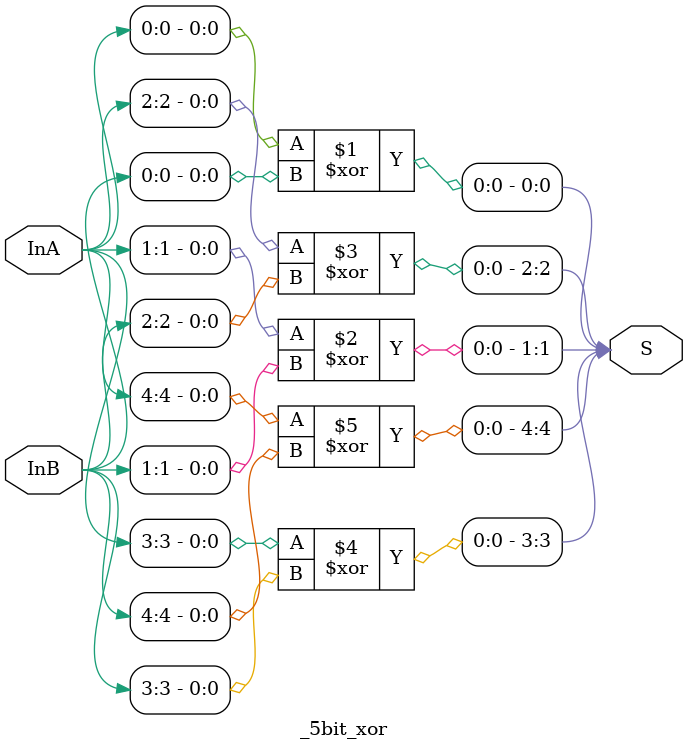
<source format=v>
module _5bit_xor(S,InA,InB);
input [4:0] InA,InB;
output [4:0] S;

xor firstBit(S[0],InA[0],InB[0]);
xor secondBit(S[1],InA[1],InB[1]);
xor thirdBit(S[2],InA[2],InB[2]);
xor fourthBit(S[3],InA[3],InB[3]);
xor fifthBit(S[4],InA[4],InB[4]);



endmodule
</source>
